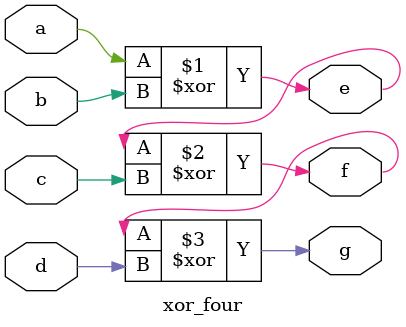
<source format=v>
`timescale 1ns / 1ps

module xor_four (a, b, c, d, e, f, g);
    input a, b, c, d;
    output e, f, g;

    assign e = a^b;
    assign f = e^c;
    assign g = f^d;
    
endmodule

</source>
